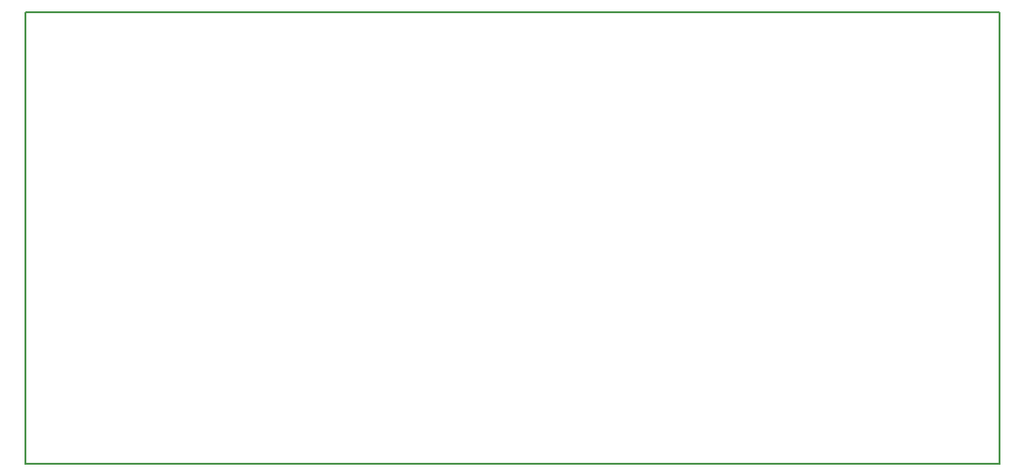
<source format=gbr>
%TF.GenerationSoftware,KiCad,Pcbnew,4.0.7*%
%TF.CreationDate,2020-03-02T22:45:32+01:00*%
%TF.ProjectId,u4,75342E6B696361645F70636200000000,191101*%
%TF.FileFunction,Profile,NP*%
%FSLAX46Y46*%
G04 Gerber Fmt 4.6, Leading zero omitted, Abs format (unit mm)*
G04 Created by KiCad (PCBNEW 4.0.7) date 03/02/20 22:45:32*
%MOMM*%
%LPD*%
G01*
G04 APERTURE LIST*
%ADD10C,0.150000*%
G04 APERTURE END LIST*
D10*
X102870000Y-115570000D02*
X102870000Y-114300000D01*
X190500000Y-115570000D02*
X102870000Y-115570000D01*
X190500000Y-114300000D02*
X190500000Y-115570000D01*
X190500000Y-114300000D02*
X190500000Y-113030000D01*
X102870000Y-74930000D02*
X102870000Y-114300000D01*
X190500000Y-74930000D02*
X102870000Y-74930000D01*
X190500000Y-113030000D02*
X190500000Y-74930000D01*
M02*

</source>
